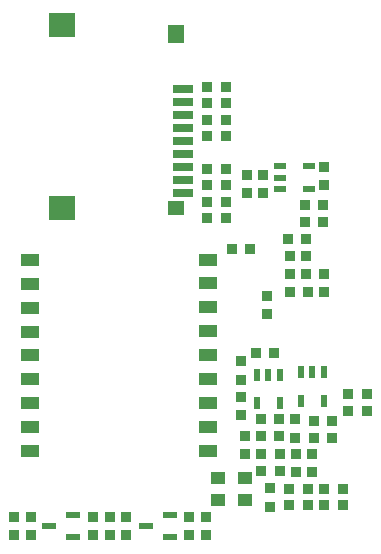
<source format=gbp>
G04*
G04 #@! TF.GenerationSoftware,Altium Limited,Altium Designer,23.5.1 (21)*
G04*
G04 Layer_Color=128*
%FSLAX44Y44*%
%MOMM*%
G71*
G04*
G04 #@! TF.SameCoordinates,D8F5AE86-2F01-4A25-AC6E-D886633190FF*
G04*
G04*
G04 #@! TF.FilePolarity,Positive*
G04*
G01*
G75*
%ADD23R,0.9000X0.8500*%
%ADD24R,0.8500X0.9000*%
%ADD26R,1.3000X0.6000*%
%ADD111R,0.6000X1.0500*%
%ADD112R,1.0500X0.6000*%
%ADD113R,1.3000X1.0500*%
%ADD114R,1.5000X1.0000*%
%ADD115R,1.8000X0.7000*%
%ADD116R,1.4000X1.2000*%
%ADD117R,2.2000X2.0320*%
%ADD118R,1.4000X1.6000*%
D23*
X278261Y95250D02*
D03*
X262761D02*
D03*
X278130Y109220D02*
D03*
X262630D02*
D03*
X233940Y67310D02*
D03*
X218440D02*
D03*
X233940Y81280D02*
D03*
X218440D02*
D03*
X233432Y96774D02*
D03*
X217932D02*
D03*
X233432Y110744D02*
D03*
X217932D02*
D03*
X307471Y118110D02*
D03*
X291971D02*
D03*
Y132080D02*
D03*
X307471D02*
D03*
X270877Y291802D02*
D03*
X255377D02*
D03*
X270877Y277832D02*
D03*
X255377D02*
D03*
X193299Y255300D02*
D03*
X208799D02*
D03*
X256414Y263354D02*
D03*
X240914D02*
D03*
X242441Y218440D02*
D03*
X257941D02*
D03*
X229493Y166878D02*
D03*
X213993D02*
D03*
X287280Y52070D02*
D03*
X271780D02*
D03*
X287151Y38100D02*
D03*
X271651D02*
D03*
X242185Y52070D02*
D03*
X257685D02*
D03*
X242020Y38282D02*
D03*
X257520D02*
D03*
X172591Y392430D02*
D03*
X188091D02*
D03*
X172591Y378460D02*
D03*
X188091D02*
D03*
X172591Y364490D02*
D03*
X188091D02*
D03*
Y350520D02*
D03*
X172591D02*
D03*
Y323120D02*
D03*
X188091D02*
D03*
X172591Y309150D02*
D03*
X188091D02*
D03*
X172591Y295180D02*
D03*
X188091D02*
D03*
X188220Y281210D02*
D03*
X172720D02*
D03*
D24*
X247142Y95373D02*
D03*
Y110873D02*
D03*
X271526Y309241D02*
D03*
Y324741D02*
D03*
X242316Y233549D02*
D03*
Y249049D02*
D03*
X256540Y233420D02*
D03*
Y248920D02*
D03*
X271780Y218440D02*
D03*
Y233940D02*
D03*
X223550Y200049D02*
D03*
Y215549D02*
D03*
X201422Y144395D02*
D03*
Y159895D02*
D03*
Y114554D02*
D03*
Y130054D02*
D03*
X204470Y81151D02*
D03*
Y96651D02*
D03*
X247650Y65911D02*
D03*
Y81411D02*
D03*
X261620Y65911D02*
D03*
Y81411D02*
D03*
X9035Y12419D02*
D03*
Y27919D02*
D03*
X23005Y12419D02*
D03*
Y27919D02*
D03*
X104140Y27921D02*
D03*
Y12421D02*
D03*
X90170Y27919D02*
D03*
Y12419D02*
D03*
X76200Y12421D02*
D03*
Y27921D02*
D03*
X226060Y36699D02*
D03*
Y52199D02*
D03*
X157480Y27919D02*
D03*
Y12419D02*
D03*
X171450Y12421D02*
D03*
Y27921D02*
D03*
X219710Y317885D02*
D03*
Y302385D02*
D03*
X206204Y317885D02*
D03*
Y302385D02*
D03*
D26*
X38308Y20658D02*
D03*
X59308Y11158D02*
D03*
Y30158D02*
D03*
X120310Y20658D02*
D03*
X141310Y11158D02*
D03*
Y30158D02*
D03*
D111*
X214782Y124398D02*
D03*
X233782D02*
D03*
Y148398D02*
D03*
X224282D02*
D03*
X214782D02*
D03*
X252120Y126430D02*
D03*
X271120D02*
D03*
Y150430D02*
D03*
X261620D02*
D03*
X252120D02*
D03*
D112*
X258442Y305866D02*
D03*
Y324866D02*
D03*
X234442D02*
D03*
Y315366D02*
D03*
Y305866D02*
D03*
D113*
X204724Y42418D02*
D03*
X181724D02*
D03*
Y60918D02*
D03*
X204724D02*
D03*
D114*
X22860Y83820D02*
D03*
Y104070D02*
D03*
Y124320D02*
D03*
Y144570D02*
D03*
Y164820D02*
D03*
Y185070D02*
D03*
Y205320D02*
D03*
Y225570D02*
D03*
Y245820D02*
D03*
X172860Y84070D02*
D03*
Y104320D02*
D03*
Y124570D02*
D03*
Y144820D02*
D03*
Y165070D02*
D03*
Y185320D02*
D03*
Y205570D02*
D03*
Y225820D02*
D03*
Y246070D02*
D03*
D115*
X151990Y335770D02*
D03*
Y302770D02*
D03*
Y313770D02*
D03*
Y324770D02*
D03*
Y346770D02*
D03*
Y357770D02*
D03*
Y368770D02*
D03*
Y379770D02*
D03*
Y390770D02*
D03*
D116*
X145720Y289770D02*
D03*
D117*
X49720Y289770D02*
D03*
Y444770D02*
D03*
D118*
X145720Y436770D02*
D03*
M02*

</source>
